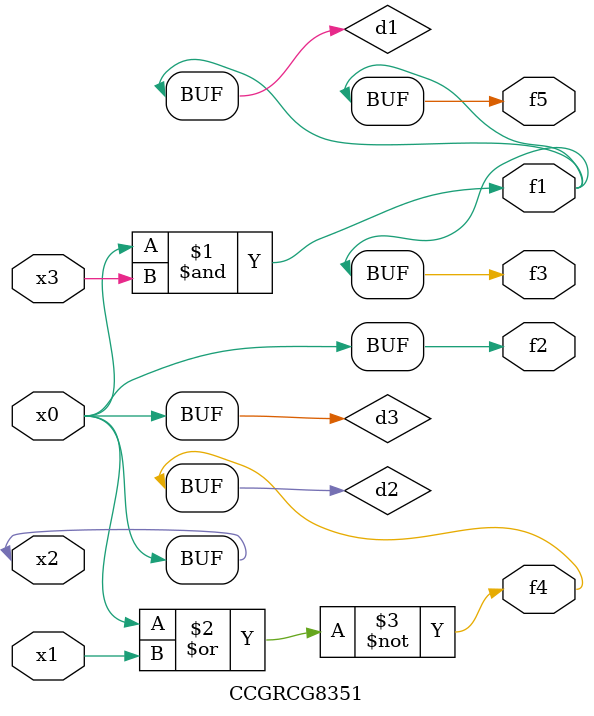
<source format=v>
module CCGRCG8351(
	input x0, x1, x2, x3,
	output f1, f2, f3, f4, f5
);

	wire d1, d2, d3;

	and (d1, x2, x3);
	nor (d2, x0, x1);
	buf (d3, x0, x2);
	assign f1 = d1;
	assign f2 = d3;
	assign f3 = d1;
	assign f4 = d2;
	assign f5 = d1;
endmodule

</source>
